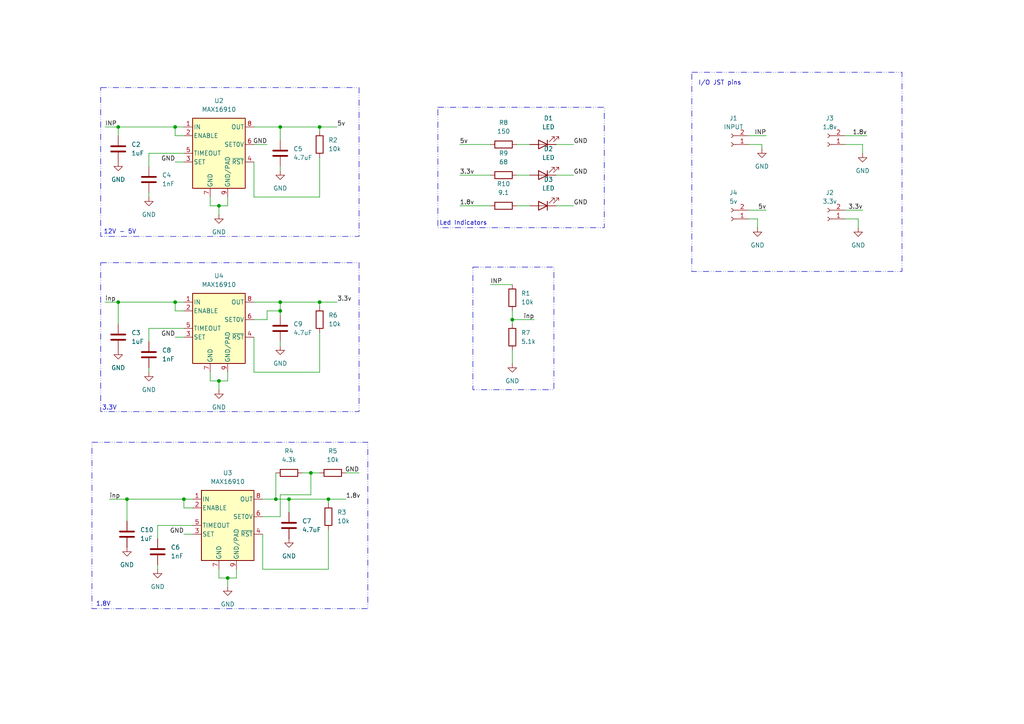
<source format=kicad_sch>
(kicad_sch (version 20250114) (generator "eeschema") (generator_version "9.0")
  (paper "A4")
  (lib_symbols
    (symbol "Connector:Conn_01x02_Socket" (pin_names (offset 1.016) (hide yes))
      (property "Reference" "J" (at 0 2.54 0))
      (property "Value" "Conn_01x02_Socket" (at 0 -5.08 0))
      (symbol "Conn_01x02_Socket_1_1"
        (polyline (pts (xy -1.27 0) (xy -0.508 0)) (stroke (width 0.1524)))
        (polyline (pts (xy -1.27 -2.54) (xy -0.508 -2.54)) (stroke (width 0.1524)))
        (arc (start 0 -0.508) (mid -0.5058 0) (end 0 0.508) (stroke (width 0.1524)))
        (arc (start 0 -3.048) (mid -0.5058 -2.54) (end 0 -2.032) (stroke (width 0.1524)))
        (pin passive line (at -5.08 0 0) (length 3.81) (name "Pin_1") (number "1"))
        (pin passive line (at -5.08 -2.54 0) (length 3.81) (name "Pin_2") (number "2"))
      )
    )
    (symbol "Device:C" (pin_numbers (hide yes)) (pin_names (offset 0.254))
      (property "Reference" "C" (at 0.635 2.54 0))
      (property "Value" "C" (at 0.635 -2.54 0))
      (symbol "C_0_1"
        (polyline (pts (xy -2.032 0.762) (xy 2.032 0.762)) (stroke (width 0.508)))
        (polyline (pts (xy -2.032 -0.762) (xy 2.032 -0.762)) (stroke (width 0.508)))
      )
      (symbol "C_1_1"
        (pin passive line (at 0 3.81 270) (length 2.794) (name "~") (number "1"))
        (pin passive line (at 0 -3.81 90) (length 2.794) (name "~") (number "2"))
      )
    )
    (symbol "Device:LED" (pin_numbers (hide yes)) (pin_names (offset 1.016) (hide yes))
      (property "Reference" "D" (at 0 2.54 0))
      (property "Value" "LED" (at 0 -2.54 0))
      (symbol "LED_0_1"
        (polyline (pts (xy -3.048 -0.762) (xy -4.572 -2.286) (xy -3.81 -2.286) (xy -4.572 -2.286) (xy -4.572 -1.524)))
        (polyline (pts (xy -1.778 -0.762) (xy -3.302 -2.286) (xy -2.54 -2.286) (xy -3.302 -2.286) (xy -3.302 -1.524)))
        (polyline (pts (xy -1.27 0) (xy 1.27 0)))
        (polyline (pts (xy -1.27 -1.27) (xy -1.27 1.27)) (stroke (width 0.254)))
        (polyline (pts (xy 1.27 -1.27) (xy 1.27 1.27) (xy -1.27 0) (xy 1.27 -1.27)) (stroke (width 0.254)))
      )
      (symbol "LED_1_1"
        (pin passive line (at -3.81 0 0) (length 2.54) (name "K") (number "1"))
        (pin passive line (at 3.81 0 180) (length 2.54) (name "A") (number "2"))
      )
    )
    (symbol "Device:R" (pin_numbers (hide yes)) (pin_names (offset 0))
      (property "Reference" "R" (at 2.032 0 90))
      (property "Value" "R" (at 0 0 90))
      (symbol "R_0_1"
        (rectangle (start -1.016 -2.54) (end 1.016 2.54) (stroke (width 0.254)))
      )
      (symbol "R_1_1"
        (pin passive line (at 0 3.81 270) (length 1.27) (name "~") (number "1"))
        (pin passive line (at 0 -3.81 90) (length 1.27) (name "~") (number "2"))
      )
    )
    (symbol "Regulator_Linear:MAX16910" (pin_names (offset 0.254))
      (property "Reference" "U" (at -6.35 11.43 0))
      (property "Value" "MAX16910" (at 0 11.43 0))
      (symbol "MAX16910_0_1"
        (rectangle (start -7.62 10.16) (end 7.62 -10.16) (stroke (width 0.254)) (fill (type background)))
      )
      (symbol "MAX16910_1_1"
        (pin power_in line (at -10.16 7.62 0) (length 2.54) (name "IN") (number "1"))
        (pin input line (at -10.16 5.08 0) (length 2.54) (name "ENABLE") (number "2"))
        (pin passive line (at -10.16 0 0) (length 2.54) (name "TIMEOUT") (number "5"))
        (pin input line (at -10.16 -2.54 0) (length 2.54) (name "SET") (number "3"))
        (pin power_in line (at -2.54 -12.7 90) (length 2.54) (name "GND") (number "7"))
        (pin power_in line (at 2.54 -12.7 90) (length 2.54) (name "GND/PAD") (number "9"))
        (pin power_out line (at 10.16 7.62 180) (length 2.54) (name "OUT") (number "8"))
        (pin input line (at 10.16 2.54 180) (length 2.54) (name "SET0V") (number "6"))
        (pin open_collector line (at 10.16 -2.54 180) (length 2.54) (name "~{RST}") (number "4"))
      )
    )
    (symbol "power:GND" (power) (pin_numbers (hide yes)) (pin_names (offset 0) (hide yes))
      (property "Value" "GND" (at 0 -3.81 0))
      (symbol "GND_0_1"
        (polyline (pts (xy 0 0) (xy 0 -1.27) (xy 1.27 -1.27) (xy 0 -2.54) (xy -1.27 -1.27) (xy 0 -1.27)))
      )
      (symbol "GND_1_1"
        (pin power_in line (at 0 0 270) (length 0) (name "~") (number "1"))
      )
    )
  )
  (text "I/O JST pins\n" (at 208.788 24.13 0) (effects (font (size 1.27 1.27))))
  (text "Led Indicators\n" (at 134.366 64.77 0) (effects (font (size 1.27 1.27))))
  (text "3.3V" (at 31.75 118.364 0) (effects (font (size 1.27 1.27))))
  (text "1.8V\n" (at 29.972 175.26 0) (effects (font (size 1.27 1.27))))
  (text "12V - 5V" (at 34.798 67.31 0) (effects (font (size 1.27 1.27))))
  (text_box "" (at 26.67 128.27 0) (size 80.01 48.26) (margins 0.9525 0.9525 0.9525 0.9525) (stroke (width 0) (type dash_dot_dot)) (effects (font (size 1.27 1.27)) (justify left top)))
  (text_box "" (at 200.66 20.955 0) (size 60.96 57.785) (margins 0.9525 0.9525 0.9525 0.9525) (stroke (width 0) (type dash_dot_dot)) (effects (font (size 1.27 1.27)) (justify left top)))
  (text_box "" (at 137.16 77.47 0) (size 23.495 35.56) (margins 0.9525 0.9525 0.9525 0.9525) (stroke (width 0) (type dash_dot_dot)) (effects (font (size 1.27 1.27)) (justify left top)))
  (text_box "" (at 127 31.115 0) (size 48.26 34.925) (margins 0.9525 0.9525 0.9525 0.9525) (stroke (width 0) (type dash_dot_dot)) (effects (font (size 1.27 1.27)) (justify left top)))
  (text_box "" (at 29.21 76.2 0) (size 74.93 43.18) (margins 0.9525 0.9525 0.9525 0.9525) (stroke (width 0) (type dash_dot_dot)) (effects (font (size 1.27 1.27)) (justify left top)))
  (text_box "" (at 29.21 25.4 0) (size 74.93 43.18) (margins 0.9525 0.9525 0.9525 0.9525) (stroke (width 0) (type dash_dot_dot)) (effects (font (size 1.27 1.27)) (justify left top)))
  (junction (at 80.01 144.78))
  (junction (at 53.34 144.78))
  (junction (at 81.28 90.17))
  (junction (at 81.28 36.83))
  (junction (at 90.17 137.16))
  (junction (at 66.04 167.64))
  (junction (at 95.25 144.78))
  (junction (at 36.83 144.78))
  (junction (at 34.29 36.83))
  (junction (at 148.59 92.71))
  (junction (at 34.29 87.63))
  (junction (at 50.8 87.63))
  (junction (at 83.82 144.78))
  (junction (at 63.5 110.49))
  (junction (at 50.8 36.83))
  (junction (at 92.71 36.83))
  (junction (at 63.5 59.69))
  (junction (at 81.28 87.63))
  (junction (at 92.71 87.63))
  (wire (pts (xy 34.29 87.63) (xy 34.29 93.98)))
  (wire (pts (xy 92.71 45.72) (xy 92.71 57.15)))
  (wire (pts (xy 53.34 97.79) (xy 50.8 97.79)))
  (wire (pts (xy 148.59 92.71) (xy 148.59 93.98)))
  (wire (pts (xy 219.71 63.5) (xy 219.71 66.04)))
  (wire (pts (xy 245.11 39.37) (xy 251.46 39.37)))
  (wire (pts (xy 76.2 165.1) (xy 76.2 154.94)))
  (wire (pts (xy 73.66 107.95) (xy 73.66 97.79)))
  (wire (pts (xy 43.18 95.25) (xy 43.18 99.06)))
  (wire (pts (xy 73.66 92.71) (xy 77.47 92.71)))
  (wire (pts (xy 34.29 87.63) (xy 50.8 87.63)))
  (wire (pts (xy 250.19 41.91) (xy 250.19 44.45)))
  (wire (pts (xy 53.34 147.32) (xy 55.88 147.32)))
  (wire (pts (xy 50.8 36.83) (xy 53.34 36.83)))
  (wire (pts (xy 66.04 167.64) (xy 68.58 167.64)))
  (wire (pts (xy 220.98 41.91) (xy 220.98 43.18)))
  (wire (pts (xy 50.8 90.17) (xy 53.34 90.17)))
  (wire (pts (xy 149.86 50.8) (xy 153.67 50.8)))
  (wire (pts (xy 55.88 154.94) (xy 53.34 154.94)))
  (wire (pts (xy 66.04 57.15) (xy 66.04 59.69)))
  (wire (pts (xy 60.96 57.15) (xy 60.96 59.69)))
  (wire (pts (xy 92.71 87.63) (xy 92.71 88.9)))
  (wire (pts (xy 217.17 63.5) (xy 219.71 63.5)))
  (wire (pts (xy 63.5 167.64) (xy 66.04 167.64)))
  (wire (pts (xy 149.86 41.91) (xy 153.67 41.91)))
  (wire (pts (xy 50.8 36.83) (xy 50.8 39.37)))
  (wire (pts (xy 87.63 137.16) (xy 90.17 137.16)))
  (wire (pts (xy 83.82 144.78) (xy 83.82 148.59)))
  (wire (pts (xy 50.8 87.63) (xy 53.34 87.63)))
  (wire (pts (xy 81.28 90.17) (xy 81.28 91.44)))
  (wire (pts (xy 34.29 36.83) (xy 50.8 36.83)))
  (wire (pts (xy 245.11 63.5) (xy 248.92 63.5)))
  (wire (pts (xy 95.25 144.78) (xy 100.33 144.78)))
  (wire (pts (xy 73.66 87.63) (xy 81.28 87.63)))
  (wire (pts (xy 36.83 144.78) (xy 53.34 144.78)))
  (wire (pts (xy 161.29 41.91) (xy 166.37 41.91)))
  (wire (pts (xy 161.29 50.8) (xy 166.37 50.8)))
  (wire (pts (xy 248.92 63.5) (xy 248.92 66.04)))
  (wire (pts (xy 43.18 106.68) (xy 43.18 107.95)))
  (wire (pts (xy 80.01 137.16) (xy 80.01 144.78)))
  (wire (pts (xy 133.35 50.8) (xy 142.24 50.8)))
  (wire (pts (xy 63.5 110.49) (xy 66.04 110.49)))
  (wire (pts (xy 92.71 57.15) (xy 73.66 57.15)))
  (wire (pts (xy 81.28 143.51) (xy 81.28 149.86)))
  (wire (pts (xy 66.04 167.64) (xy 66.04 170.18)))
  (wire (pts (xy 45.72 152.4) (xy 45.72 156.21)))
  (wire (pts (xy 100.33 137.16) (xy 104.14 137.16)))
  (wire (pts (xy 90.17 143.51) (xy 81.28 143.51)))
  (wire (pts (xy 92.71 96.52) (xy 92.71 107.95)))
  (wire (pts (xy 63.5 110.49) (xy 63.5 113.03)))
  (wire (pts (xy 142.24 82.55) (xy 148.59 82.55)))
  (wire (pts (xy 53.34 46.99) (xy 50.8 46.99)))
  (wire (pts (xy 73.66 36.83) (xy 81.28 36.83)))
  (wire (pts (xy 217.17 41.91) (xy 220.98 41.91)))
  (wire (pts (xy 60.96 110.49) (xy 63.5 110.49)))
  (wire (pts (xy 161.29 59.69) (xy 166.37 59.69)))
  (wire (pts (xy 95.25 153.67) (xy 95.25 165.1)))
  (wire (pts (xy 217.17 39.37) (xy 222.25 39.37)))
  (wire (pts (xy 43.18 55.88) (xy 43.18 57.15)))
  (wire (pts (xy 92.71 36.83) (xy 97.79 36.83)))
  (wire (pts (xy 77.47 90.17) (xy 77.47 92.71)))
  (wire (pts (xy 60.96 59.69) (xy 63.5 59.69)))
  (wire (pts (xy 36.83 144.78) (xy 36.83 151.13)))
  (wire (pts (xy 148.59 90.17) (xy 148.59 92.71)))
  (wire (pts (xy 133.35 41.91) (xy 142.24 41.91)))
  (wire (pts (xy 30.48 36.83) (xy 34.29 36.83)))
  (wire (pts (xy 149.86 59.69) (xy 153.67 59.69)))
  (wire (pts (xy 50.8 39.37) (xy 53.34 39.37)))
  (wire (pts (xy 81.28 149.86) (xy 76.2 149.86)))
  (wire (pts (xy 50.8 87.63) (xy 50.8 90.17)))
  (wire (pts (xy 81.28 48.26) (xy 81.28 49.53)))
  (wire (pts (xy 60.96 107.95) (xy 60.96 110.49)))
  (wire (pts (xy 148.59 92.71) (xy 154.94 92.71)))
  (wire (pts (xy 55.88 152.4) (xy 45.72 152.4)))
  (wire (pts (xy 81.28 99.06) (xy 81.28 100.33)))
  (wire (pts (xy 53.34 144.78) (xy 53.34 147.32)))
  (wire (pts (xy 76.2 144.78) (xy 80.01 144.78)))
  (wire (pts (xy 92.71 107.95) (xy 73.66 107.95)))
  (wire (pts (xy 68.58 165.1) (xy 68.58 167.64)))
  (wire (pts (xy 92.71 36.83) (xy 92.71 38.1)))
  (wire (pts (xy 63.5 59.69) (xy 66.04 59.69)))
  (wire (pts (xy 45.72 163.83) (xy 45.72 165.1)))
  (wire (pts (xy 81.28 90.17) (xy 77.47 90.17)))
  (wire (pts (xy 63.5 59.69) (xy 63.5 62.23)))
  (wire (pts (xy 95.25 144.78) (xy 95.25 146.05)))
  (wire (pts (xy 217.17 60.96) (xy 222.25 60.96)))
  (wire (pts (xy 245.11 41.91) (xy 250.19 41.91)))
  (wire (pts (xy 34.29 39.37) (xy 34.29 36.83)))
  (wire (pts (xy 92.71 87.63) (xy 97.79 87.63)))
  (wire (pts (xy 30.48 87.63) (xy 34.29 87.63)))
  (wire (pts (xy 80.01 144.78) (xy 83.82 144.78)))
  (wire (pts (xy 90.17 137.16) (xy 92.71 137.16)))
  (wire (pts (xy 53.34 144.78) (xy 55.88 144.78)))
  (wire (pts (xy 63.5 165.1) (xy 63.5 167.64)))
  (wire (pts (xy 81.28 87.63) (xy 81.28 90.17)))
  (wire (pts (xy 133.35 59.69) (xy 142.24 59.69)))
  (wire (pts (xy 53.34 95.25) (xy 43.18 95.25)))
  (wire (pts (xy 66.04 107.95) (xy 66.04 110.49)))
  (wire (pts (xy 73.66 41.91) (xy 77.47 41.91)))
  (wire (pts (xy 81.28 36.83) (xy 81.28 40.64)))
  (wire (pts (xy 81.28 87.63) (xy 92.71 87.63)))
  (wire (pts (xy 53.34 44.45) (xy 43.18 44.45)))
  (wire (pts (xy 95.25 165.1) (xy 76.2 165.1)))
  (wire (pts (xy 81.28 36.83) (xy 92.71 36.83)))
  (wire (pts (xy 148.59 101.6) (xy 148.59 105.41)))
  (wire (pts (xy 245.11 60.96) (xy 250.19 60.96)))
  (wire (pts (xy 31.75 144.78) (xy 36.83 144.78)))
  (wire (pts (xy 73.66 57.15) (xy 73.66 46.99)))
  (wire (pts (xy 90.17 137.16) (xy 90.17 143.51)))
  (wire (pts (xy 43.18 44.45) (xy 43.18 48.26)))
  (wire (pts (xy 83.82 144.78) (xy 95.25 144.78)))
  (label "3.3v" (at 133.35 50.8 0))
  (label "GND" (at 166.37 59.69 0))
  (label "INP" (at 30.48 36.83 0))
  (label "GND" (at 50.8 97.79 180))
  (label "GND" (at 50.8 46.99 180))
  (label "inp" (at 154.94 92.71 180))
  (label "GND" (at 77.47 41.91 180))
  (label "1.8v" (at 100.33 144.78 0))
  (label "3.3v" (at 250.19 60.96 180))
  (label "inp" (at 30.48 87.63 0))
  (label "1.8v" (at 133.35 59.69 0))
  (label "INP" (at 222.25 39.37 180))
  (label "GND" (at 104.14 137.16 180))
  (label "GND" (at 166.37 50.8 0))
  (label "5v" (at 97.79 36.83 0))
  (label "3.3v" (at 97.79 87.63 0))
  (label "5v" (at 133.35 41.91 0))
  (label "inp" (at 31.75 144.78 0))
  (label "GND" (at 166.37 41.91 0))
  (label "INP" (at 142.24 82.55 0))
  (label "GND" (at 53.34 154.94 180))
  (label "5v" (at 222.25 60.96 180))
  (label "1.8v" (at 251.46 39.37 180))
  (symbol (lib_id "Device:R") (at 95.25 149.86 0) (unit 1)
    (property "Reference" "R3" (at 97.79 148.5899 0) (effects (justify left)))
    (property "Value" "10k" (at 97.79 151.1299 0) (effects (justify left)))
    (property "Footprint" "Resistor_SMD:R_0805_2012Metric" (effects (hide yes)))
    (property "Description" "Resistor" (effects (hide yes)))
  )
  (symbol (lib_id "Device:R") (at 83.82 137.16 90) (unit 1)
    (property "Reference" "R4" (at 83.82 130.81 90))
    (property "Value" "4.3k" (at 83.82 133.35 90))
    (property "Footprint" "Resistor_SMD:R_0805_2012Metric" (effects (hide yes)))
    (property "Description" "Resistor" (effects (hide yes)))
  )
  (symbol (lib_id "Device:C") (at 34.29 43.18 0) (unit 1)
    (property "Reference" "C2" (at 38.1 41.9099 0) (effects (justify left)))
    (property "Value" "1uF" (at 38.1 44.4499 0) (effects (justify left)))
    (property "Footprint" "Capacitor_SMD:C_0805_2012Metric" (effects (hide yes)))
    (property "Description" "Unpolarized capacitor" (effects (hide yes)))
  )
  (symbol (lib_id "power:GND") (at 45.72 165.1 0) (unit 1)
    (property "Reference" "#PWR06" (effects (hide yes)))
    (property "Value" "GND" (at 45.72 170.18 0))
    (property "Description" "Power symbol creates a global label with name \"GND\" , ground" (effects (hide yes)))
  )
  (symbol (lib_id "Device:C") (at 81.28 95.25 0) (unit 1)
    (property "Reference" "C9" (at 85.09 93.9799 0) (effects (justify left)))
    (property "Value" "4.7uF" (at 85.09 96.5199 0) (effects (justify left)))
    (property "Footprint" "Capacitor_SMD:C_0805_2012Metric" (effects (hide yes)))
    (property "Description" "Unpolarized capacitor" (effects (hide yes)))
  )
  (symbol (lib_id "Device:C") (at 45.72 160.02 0) (unit 1)
    (property "Reference" "C6" (at 49.53 158.7499 0) (effects (justify left)))
    (property "Value" "1nF" (at 49.53 161.2899 0) (effects (justify left)))
    (property "Footprint" "Capacitor_SMD:C_0805_2012Metric" (effects (hide yes)))
    (property "Description" "Unpolarized capacitor" (effects (hide yes)))
  )
  (symbol (lib_id "power:GND") (at 250.19 44.45 0) (unit 1)
    (property "Reference" "#PWR011" (effects (hide yes)))
    (property "Value" "GND" (at 250.19 49.53 0))
    (property "Description" "Power symbol creates a global label with name \"GND\" , ground" (effects (hide yes)))
  )
  (symbol (lib_id "Connector:Conn_01x02_Socket") (at 212.09 63.5 180) (unit 1)
    (property "Reference" "J4" (at 212.725 55.88 0))
    (property "Value" "5v" (at 212.725 58.42 0))
    (property "Footprint" "Connector_JST:JST_XH_B2B-XH-AM_1x02_P2.50mm_Vertical" (effects (hide yes)))
    (property "Description" "Generic connector, single row, 01x02, script generated" (effects (hide yes)))
  )
  (symbol (lib_id "Device:R") (at 148.59 97.79 0) (unit 1)
    (property "Reference" "R7" (at 151.13 96.5199 0) (effects (justify left)))
    (property "Value" "5.1k" (at 151.13 99.0599 0) (effects (justify left)))
    (property "Footprint" "Resistor_SMD:R_0805_2012Metric" (effects (hide yes)))
    (property "Description" "Resistor" (effects (hide yes)))
  )
  (symbol (lib_id "Device:R") (at 146.05 59.69 90) (unit 1)
    (property "Reference" "R10" (at 146.05 53.34 90))
    (property "Value" "9.1" (at 146.05 55.88 90))
    (property "Footprint" "Resistor_SMD:R_0805_2012Metric" (effects (hide yes)))
    (property "Description" "Resistor" (effects (hide yes)))
  )
  (symbol (lib_id "Device:R") (at 92.71 92.71 0) (unit 1)
    (property "Reference" "R6" (at 95.25 91.4399 0) (effects (justify left)))
    (property "Value" "10k" (at 95.25 93.9799 0) (effects (justify left)))
    (property "Footprint" "Resistor_SMD:R_0805_2012Metric" (effects (hide yes)))
    (property "Description" "Resistor" (effects (hide yes)))
  )
  (symbol (lib_id "Device:C") (at 83.82 152.4 0) (unit 1)
    (property "Reference" "C7" (at 87.63 151.1299 0) (effects (justify left)))
    (property "Value" "4.7uF" (at 87.63 153.6699 0) (effects (justify left)))
    (property "Footprint" "Capacitor_SMD:C_0805_2012Metric" (effects (hide yes)))
    (property "Description" "Unpolarized capacitor" (effects (hide yes)))
  )
  (symbol (lib_id "power:GND") (at 220.98 43.18 0) (unit 1)
    (property "Reference" "#PWR03" (effects (hide yes)))
    (property "Value" "GND" (at 220.98 48.26 0))
    (property "Description" "Power symbol creates a global label with name \"GND\" , ground" (effects (hide yes)))
  )
  (symbol (lib_id "Device:LED") (at 157.48 41.91 180) (unit 1)
    (property "Reference" "D1" (at 159.0675 34.29 0))
    (property "Value" "LED" (at 159.0675 36.83 0))
    (property "Footprint" "LED_SMD:LED_1206_3216Metric" (effects (hide yes)))
    (property "Description" "Light emitting diode" (effects (hide yes)))
    (property "Sim.Pins" "1=K 2=A" (effects (hide yes)))
  )
  (symbol (lib_id "Device:C") (at 81.28 44.45 0) (unit 1)
    (property "Reference" "C5" (at 85.09 43.1799 0) (effects (justify left)))
    (property "Value" "4.7uF" (at 85.09 45.7199 0) (effects (justify left)))
    (property "Footprint" "Capacitor_SMD:C_0805_2012Metric" (effects (hide yes)))
    (property "Description" "Unpolarized capacitor" (effects (hide yes)))
  )
  (symbol (lib_id "Device:R") (at 146.05 41.91 90) (unit 1)
    (property "Reference" "R8" (at 146.05 35.56 90))
    (property "Value" "150" (at 146.05 38.1 90))
    (property "Footprint" "Resistor_SMD:R_0805_2012Metric" (effects (hide yes)))
    (property "Description" "Resistor" (effects (hide yes)))
  )
  (symbol (lib_id "Device:LED") (at 157.48 59.69 180) (unit 1)
    (property "Reference" "D3" (at 159.0675 52.07 0))
    (property "Value" "LED" (at 159.0675 54.61 0))
    (property "Footprint" "LED_SMD:LED_1206_3216Metric" (effects (hide yes)))
    (property "Description" "Light emitting diode" (effects (hide yes)))
    (property "Sim.Pins" "1=K 2=A" (effects (hide yes)))
  )
  (symbol (lib_id "power:GND") (at 63.5 62.23 0) (unit 1)
    (property "Reference" "#PWR01" (effects (hide yes)))
    (property "Value" "GND" (at 63.5 67.31 0))
    (property "Description" "Power symbol creates a global label with name \"GND\" , ground" (effects (hide yes)))
  )
  (symbol (lib_id "Connector:Conn_01x02_Socket") (at 240.03 63.5 180) (unit 1)
    (property "Reference" "J2" (at 240.665 55.88 0))
    (property "Value" "3.3v" (at 240.665 58.42 0))
    (property "Footprint" "Connector_JST:JST_XH_B2B-XH-AM_1x02_P2.50mm_Vertical" (effects (hide yes)))
    (property "Description" "Generic connector, single row, 01x02, script generated" (effects (hide yes)))
  )
  (symbol (lib_id "Device:R") (at 96.52 137.16 90) (unit 1)
    (property "Reference" "R5" (at 96.52 130.81 90))
    (property "Value" "10k" (at 96.52 133.35 90))
    (property "Footprint" "Resistor_SMD:R_0805_2012Metric" (effects (hide yes)))
    (property "Description" "Resistor" (effects (hide yes)))
  )
  (symbol (lib_id "power:GND") (at 248.92 66.04 0) (unit 1)
    (property "Reference" "#PWR07" (effects (hide yes)))
    (property "Value" "GND" (at 248.92 71.12 0))
    (property "Description" "Power symbol creates a global label with name \"GND\" , ground" (effects (hide yes)))
  )
  (symbol (lib_id "Device:R") (at 148.59 86.36 0) (unit 1)
    (property "Reference" "R1" (at 151.13 85.0899 0) (effects (justify left)))
    (property "Value" "10k" (at 151.13 87.6299 0) (effects (justify left)))
    (property "Footprint" "Resistor_SMD:R_0805_2012Metric" (effects (hide yes)))
    (property "Description" "Resistor" (effects (hide yes)))
  )
  (symbol (lib_id "power:GND") (at 66.04 170.18 0) (unit 1)
    (property "Reference" "#PWR017" (effects (hide yes)))
    (property "Value" "GND" (at 66.04 175.26 0))
    (property "Description" "Power symbol creates a global label with name \"GND\" , ground" (effects (hide yes)))
  )
  (symbol (lib_id "Regulator_Linear:MAX16910") (at 66.04 152.4 0) (unit 1)
    (property "Reference" "U3" (at 66.04 137.16 0))
    (property "Value" "MAX16910" (at 66.04 139.7 0))
    (property "Footprint" "maxy:SON65P300X300X80-9N" (effects (hide yes)))
    (property "Datasheet" "https://datasheets.maximintegrated.com/en/ds/MAX16910.pdf" (effects (hide yes)))
    (property "Description" "200mA Automotive Linear LDO Regulator, Fixed Output 5V/3.3V or Adjustable, SO-8/DFN-8" (effects (hide yes)))
  )
  (symbol (lib_id "power:GND") (at 148.59 105.41 0) (unit 1)
    (property "Reference" "#PWR018" (effects (hide yes)))
    (property "Value" "GND" (at 148.59 110.49 0))
    (property "Description" "Power symbol creates a global label with name \"GND\" , ground" (effects (hide yes)))
  )
  (symbol (lib_id "power:GND") (at 83.82 156.21 0) (unit 1)
    (property "Reference" "#PWR02" (effects (hide yes)))
    (property "Value" "GND" (at 83.82 161.29 0))
    (property "Description" "Power symbol creates a global label with name \"GND\" , ground" (effects (hide yes)))
  )
  (symbol (lib_id "Connector:Conn_01x02_Socket") (at 212.09 41.91 180) (unit 1)
    (property "Reference" "J1" (at 212.725 34.29 0))
    (property "Value" "INPUT" (at 212.725 36.83 0))
    (property "Footprint" "Connector_JST:JST_XH_B2B-XH-AM_1x02_P2.50mm_Vertical" (effects (hide yes)))
    (property "Description" "Generic connector, single row, 01x02, script generated" (effects (hide yes)))
  )
  (symbol (lib_id "power:GND") (at 43.18 57.15 0) (unit 1)
    (property "Reference" "#PWR04" (effects (hide yes)))
    (property "Value" "GND" (at 43.18 62.23 0))
    (property "Description" "Power symbol creates a global label with name \"GND\" , ground" (effects (hide yes)))
  )
  (symbol (lib_id "power:GND") (at 81.28 100.33 0) (unit 1)
    (property "Reference" "#PWR010" (effects (hide yes)))
    (property "Value" "GND" (at 81.28 105.41 0))
    (property "Description" "Power symbol creates a global label with name \"GND\" , ground" (effects (hide yes)))
  )
  (symbol (lib_id "power:GND") (at 219.71 66.04 0) (unit 1)
    (property "Reference" "#PWR012" (effects (hide yes)))
    (property "Value" "GND" (at 219.71 71.12 0))
    (property "Description" "Power symbol creates a global label with name \"GND\" , ground" (effects (hide yes)))
  )
  (symbol (lib_id "Device:R") (at 146.05 50.8 90) (unit 1)
    (property "Reference" "R9" (at 146.05 44.45 90))
    (property "Value" "68" (at 146.05 46.99 90))
    (property "Footprint" "Resistor_SMD:R_0805_2012Metric" (effects (hide yes)))
    (property "Description" "Resistor" (effects (hide yes)))
  )
  (symbol (lib_id "Device:C") (at 43.18 102.87 0) (unit 1)
    (property "Reference" "C8" (at 46.99 101.5999 0) (effects (justify left)))
    (property "Value" "1nF" (at 46.99 104.1399 0) (effects (justify left)))
    (property "Footprint" "Capacitor_SMD:C_0805_2012Metric" (effects (hide yes)))
    (property "Description" "Unpolarized capacitor" (effects (hide yes)))
  )
  (symbol (lib_id "Device:R") (at 92.71 41.91 0) (unit 1)
    (property "Reference" "R2" (at 95.25 40.6399 0) (effects (justify left)))
    (property "Value" "10k" (at 95.25 43.1799 0) (effects (justify left)))
    (property "Footprint" "Resistor_SMD:R_0805_2012Metric" (effects (hide yes)))
    (property "Description" "Resistor" (effects (hide yes)))
  )
  (symbol (lib_id "Regulator_Linear:MAX16910") (at 63.5 95.25 0) (unit 1)
    (property "Reference" "U4" (at 63.5 80.01 0))
    (property "Value" "MAX16910" (at 63.5 82.55 0))
    (property "Footprint" "maxy:SON65P300X300X80-9N" (effects (hide yes)))
    (property "Datasheet" "https://datasheets.maximintegrated.com/en/ds/MAX16910.pdf" (effects (hide yes)))
    (property "Description" "200mA Automotive Linear LDO Regulator, Fixed Output 5V/3.3V or Adjustable, SO-8/DFN-8" (effects (hide yes)))
  )
  (symbol (lib_id "power:GND") (at 34.29 46.99 0) (unit 1)
    (property "Reference" "#PWR013" (effects (hide yes)))
    (property "Value" "GND" (at 34.29 52.07 0))
    (property "Description" "Power symbol creates a global label with name \"GND\" , ground" (effects (hide yes)))
  )
  (symbol (lib_id "power:GND") (at 34.29 101.6 0) (unit 1)
    (property "Reference" "#PWR014" (effects (hide yes)))
    (property "Value" "GND" (at 34.29 106.68 0))
    (property "Description" "Power symbol creates a global label with name \"GND\" , ground" (effects (hide yes)))
  )
  (symbol (lib_id "Device:C") (at 43.18 52.07 0) (unit 1)
    (property "Reference" "C4" (at 46.99 50.7999 0) (effects (justify left)))
    (property "Value" "1nF" (at 46.99 53.3399 0) (effects (justify left)))
    (property "Footprint" "Capacitor_SMD:C_0805_2012Metric" (effects (hide yes)))
    (property "Description" "Unpolarized capacitor" (effects (hide yes)))
  )
  (symbol (lib_id "power:GND") (at 43.18 107.95 0) (unit 1)
    (property "Reference" "#PWR09" (effects (hide yes)))
    (property "Value" "GND" (at 43.18 113.03 0))
    (property "Description" "Power symbol creates a global label with name \"GND\" , ground" (effects (hide yes)))
  )
  (symbol (lib_id "Connector:Conn_01x02_Socket") (at 240.03 41.91 180) (unit 1)
    (property "Reference" "J3" (at 240.665 34.29 0))
    (property "Value" "1.8v" (at 240.665 36.83 0))
    (property "Footprint" "Connector_JST:JST_XH_B2B-XH-AM_1x02_P2.50mm_Vertical" (effects (hide yes)))
    (property "Description" "Generic connector, single row, 01x02, script generated" (effects (hide yes)))
  )
  (symbol (lib_id "power:GND") (at 36.83 158.75 0) (unit 1)
    (property "Reference" "#PWR015" (effects (hide yes)))
    (property "Value" "GND" (at 36.83 163.83 0))
    (property "Description" "Power symbol creates a global label with name \"GND\" , ground" (effects (hide yes)))
  )
  (symbol (lib_id "Device:LED") (at 157.48 50.8 180) (unit 1)
    (property "Reference" "D2" (at 159.0675 43.18 0))
    (property "Value" "LED" (at 159.0675 45.72 0))
    (property "Footprint" "LED_SMD:LED_1206_3216Metric" (effects (hide yes)))
    (property "Description" "Light emitting diode" (effects (hide yes)))
    (property "Sim.Pins" "1=K 2=A" (effects (hide yes)))
  )
  (symbol (lib_id "power:GND") (at 63.5 113.03 0) (unit 1)
    (property "Reference" "#PWR016" (effects (hide yes)))
    (property "Value" "GND" (at 63.5 118.11 0))
    (property "Description" "Power symbol creates a global label with name \"GND\" , ground" (effects (hide yes)))
  )
  (symbol (lib_id "Device:C") (at 34.29 97.79 0) (unit 1)
    (property "Reference" "C3" (at 38.1 96.5199 0) (effects (justify left)))
    (property "Value" "1uF" (at 38.1 99.0599 0) (effects (justify left)))
    (property "Footprint" "Capacitor_SMD:C_0805_2012Metric" (effects (hide yes)))
    (property "Description" "Unpolarized capacitor" (effects (hide yes)))
  )
  (symbol (lib_id "power:GND") (at 81.28 49.53 0) (unit 1)
    (property "Reference" "#PWR05" (effects (hide yes)))
    (property "Value" "GND" (at 81.28 54.61 0))
    (property "Description" "Power symbol creates a global label with name \"GND\" , ground" (effects (hide yes)))
  )
  (symbol (lib_id "Regulator_Linear:MAX16910") (at 63.5 44.45 0) (unit 1)
    (property "Reference" "U2" (at 63.5 29.21 0))
    (property "Value" "MAX16910" (at 63.5 31.75 0))
    (property "Footprint" "maxy:SON65P300X300X80-9N" (effects (hide yes)))
    (property "Datasheet" "https://datasheets.maximintegrated.com/en/ds/MAX16910.pdf" (effects (hide yes)))
    (property "Description" "200mA Automotive Linear LDO Regulator, Fixed Output 5V/3.3V or Adjustable, SO-8/DFN-8" (effects (hide yes)))
  )
  (symbol (lib_id "Device:C") (at 36.83 154.94 0) (unit 1)
    (property "Reference" "C10" (at 40.64 153.6699 0) (effects (justify left)))
    (property "Value" "1uF" (at 40.64 156.2099 0) (effects (justify left)))
    (property "Footprint" "Capacitor_SMD:C_0805_2012Metric" (effects (hide yes)))
    (property "Description" "Unpolarized capacitor" (effects (hide yes)))
  )
)
</source>
